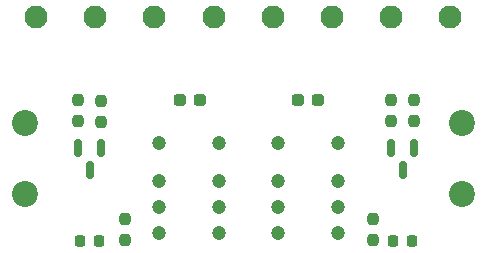
<source format=gbr>
%TF.GenerationSoftware,KiCad,Pcbnew,9.0.1*%
%TF.CreationDate,2025-06-21T16:27:20+02:00*%
%TF.ProjectId,PUTM_EV_CART_INDICATOR,5055544d-5f45-4565-9f43-4152545f494e,rev?*%
%TF.SameCoordinates,Original*%
%TF.FileFunction,Soldermask,Top*%
%TF.FilePolarity,Negative*%
%FSLAX46Y46*%
G04 Gerber Fmt 4.6, Leading zero omitted, Abs format (unit mm)*
G04 Created by KiCad (PCBNEW 9.0.1) date 2025-06-21 16:27:20*
%MOMM*%
%LPD*%
G01*
G04 APERTURE LIST*
G04 Aperture macros list*
%AMRoundRect*
0 Rectangle with rounded corners*
0 $1 Rounding radius*
0 $2 $3 $4 $5 $6 $7 $8 $9 X,Y pos of 4 corners*
0 Add a 4 corners polygon primitive as box body*
4,1,4,$2,$3,$4,$5,$6,$7,$8,$9,$2,$3,0*
0 Add four circle primitives for the rounded corners*
1,1,$1+$1,$2,$3*
1,1,$1+$1,$4,$5*
1,1,$1+$1,$6,$7*
1,1,$1+$1,$8,$9*
0 Add four rect primitives between the rounded corners*
20,1,$1+$1,$2,$3,$4,$5,0*
20,1,$1+$1,$4,$5,$6,$7,0*
20,1,$1+$1,$6,$7,$8,$9,0*
20,1,$1+$1,$8,$9,$2,$3,0*%
G04 Aperture macros list end*
%ADD10C,2.200000*%
%ADD11RoundRect,0.150000X-0.150000X0.587500X-0.150000X-0.587500X0.150000X-0.587500X0.150000X0.587500X0*%
%ADD12C,1.200000*%
%ADD13RoundRect,0.237500X-0.287500X-0.237500X0.287500X-0.237500X0.287500X0.237500X-0.287500X0.237500X0*%
%ADD14RoundRect,0.237500X-0.237500X0.250000X-0.237500X-0.250000X0.237500X-0.250000X0.237500X0.250000X0*%
%ADD15RoundRect,0.218750X0.218750X0.256250X-0.218750X0.256250X-0.218750X-0.256250X0.218750X-0.256250X0*%
%ADD16RoundRect,0.237500X0.237500X-0.250000X0.237500X0.250000X-0.237500X0.250000X-0.237500X-0.250000X0*%
%ADD17RoundRect,0.218750X-0.218750X-0.256250X0.218750X-0.256250X0.218750X0.256250X-0.218750X0.256250X0*%
%ADD18C,1.950000*%
G04 APERTURE END LIST*
D10*
%TO.C,H1*%
X122000000Y-80000000D03*
%TD*%
D11*
%TO.C,Q5*%
X91450000Y-76125000D03*
X89550000Y-76125000D03*
X90500000Y-78000000D03*
%TD*%
D12*
%TO.C,K3*%
X96420000Y-75700000D03*
X96420000Y-78900000D03*
X96420000Y-81100000D03*
X96420000Y-83300000D03*
X101500000Y-83300000D03*
X101500000Y-81100000D03*
X101500000Y-78900000D03*
X101500000Y-75700000D03*
%TD*%
D13*
%TO.C,D2*%
X98125000Y-72000000D03*
X99875000Y-72000000D03*
%TD*%
D14*
%TO.C,R12*%
X93500000Y-82087500D03*
X93500000Y-83912500D03*
%TD*%
D13*
%TO.C,D1*%
X108125000Y-72000000D03*
X109875000Y-72000000D03*
%TD*%
D12*
%TO.C,K4*%
X106420000Y-75700000D03*
X106420000Y-78900000D03*
X106420000Y-81100000D03*
X106420000Y-83300000D03*
X111500000Y-83300000D03*
X111500000Y-81100000D03*
X111500000Y-78900000D03*
X111500000Y-75700000D03*
%TD*%
D15*
%TO.C,D4*%
X117787500Y-84000000D03*
X116212500Y-84000000D03*
%TD*%
D14*
%TO.C,R22*%
X116000000Y-72025000D03*
X116000000Y-73850000D03*
%TD*%
D10*
%TO.C,H2*%
X122000000Y-74000000D03*
%TD*%
%TO.C,H1*%
X85000000Y-80000000D03*
%TD*%
D11*
%TO.C,Q4*%
X117950000Y-76062500D03*
X116050000Y-76062500D03*
X117000000Y-77937500D03*
%TD*%
D10*
%TO.C,H2*%
X85000000Y-74000000D03*
%TD*%
D16*
%TO.C,R6*%
X91500000Y-73937500D03*
X91500000Y-72112500D03*
%TD*%
%TO.C,R10*%
X118000000Y-73850000D03*
X118000000Y-72025000D03*
%TD*%
D17*
%TO.C,D3*%
X89712500Y-84000000D03*
X91287500Y-84000000D03*
%TD*%
D16*
%TO.C,R8*%
X89500000Y-73850000D03*
X89500000Y-72025000D03*
%TD*%
D18*
%TO.C,J1*%
X86000000Y-65000000D03*
X91000000Y-65000000D03*
X96000000Y-65000000D03*
X101000000Y-65000000D03*
X106000000Y-65000000D03*
X111000000Y-65000000D03*
X116000000Y-65000000D03*
X121000000Y-65000000D03*
%TD*%
D14*
%TO.C,R11*%
X114500000Y-82087500D03*
X114500000Y-83912500D03*
%TD*%
M02*

</source>
